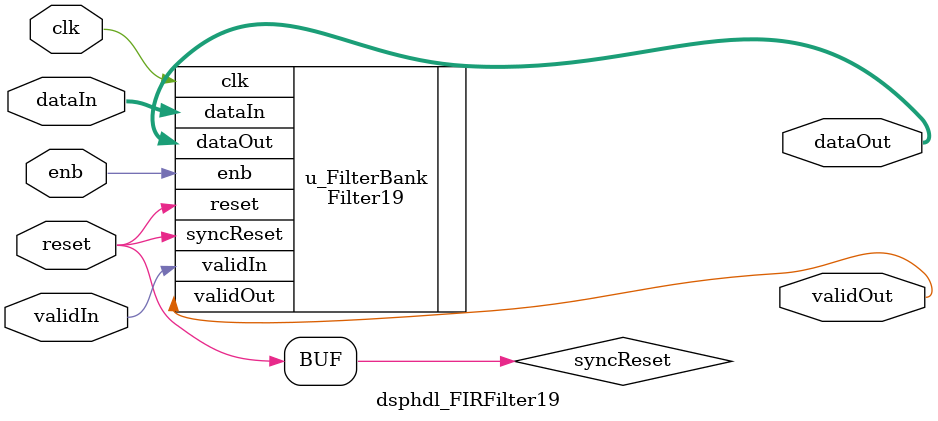
<source format=v>



`timescale 1 ns / 1 ns

module dsphdl_FIRFilter19
          (clk,
           reset,
           enb,
           dataIn,
           validIn,
           dataOut,
           validOut);


  input   clk;
  input   reset;
  input   enb;
  input   signed [31:0] dataIn;  // sfix32_En30
  input   validIn;
  output  signed [68:0] dataOut;  // sfix69_En66
  output  validOut;


  wire syncReset;


  assign syncReset = reset;

  Filter19 u_FilterBank (.clk(clk),
                       .reset(reset),
                       .enb(enb),
                       .dataIn(dataIn),  // sfix32_En30
                       .validIn(validIn),
                       .syncReset(syncReset),
                       .dataOut(dataOut),  // sfix69_En66
                       .validOut(validOut)
                       );

endmodule  // dsphdl_FIRFilter


</source>
